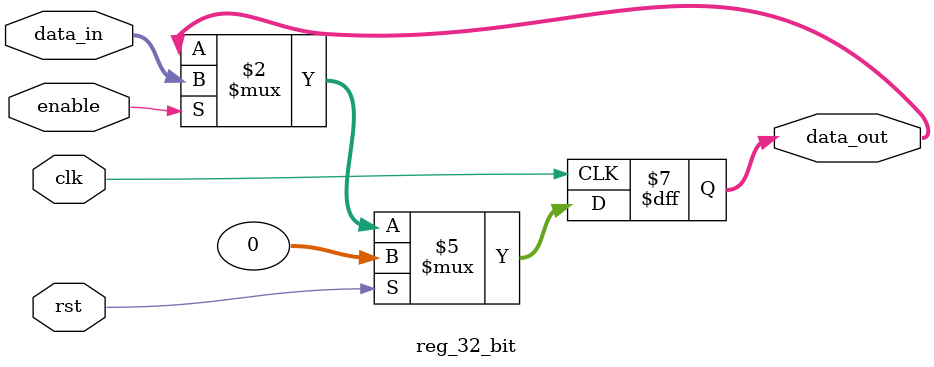
<source format=v>
module reg_32_bit (
  input wire clk, rst, enable,
  input wire [31:0] data_in,
  output reg [31:0] data_out,

);

always @(posedge clk ) begin
  if(rst)
    data_out <= 32'b0;
  else if(enable)
    data_out <= data_in;
end
  
endmodule
</source>
